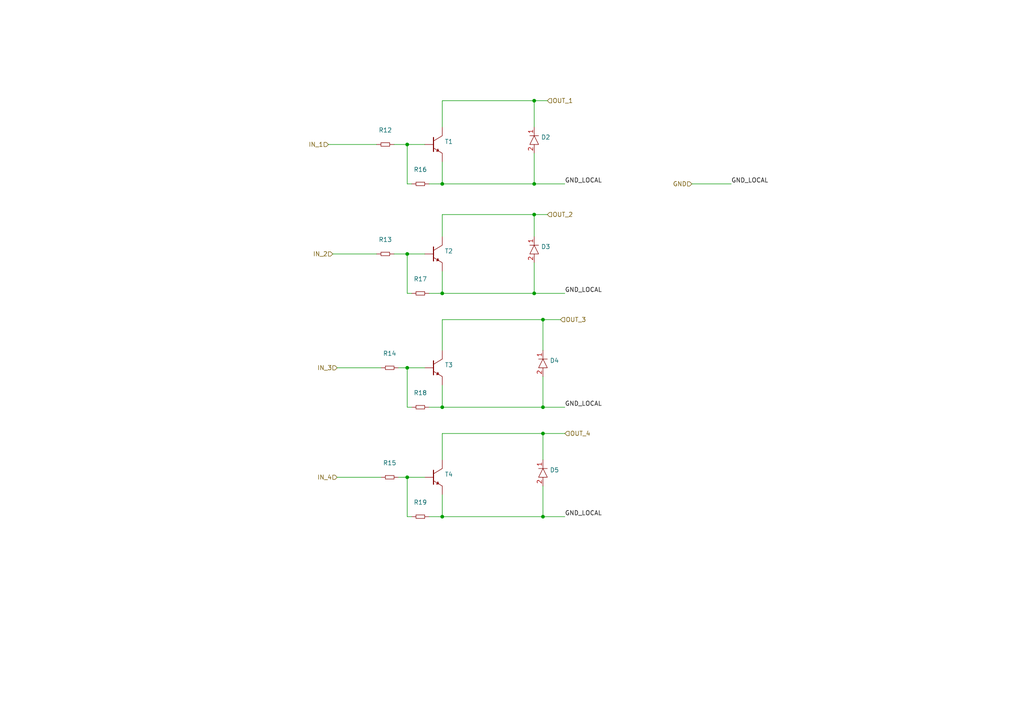
<source format=kicad_sch>
(kicad_sch (version 20211123) (generator eeschema)
  (paper "A4")
  (title_block (title "Low Side Outputs") (date "2022-05-16") (rev "0.0.0") (company "Flavio Industries") (comment 1 "Author: Flavio Oliveira") (comment 2 "Variant 1: Full"))
  (lib_symbols
    (symbol "minha_lib_:D_GEN_1A_1000V_SMA_S1M"
      (property "Reference" "D" (at 3.81 2.54 0))
      (property "Value" "D_GEN_1A_1000V_SMA_S1M" (at 3.81 5.08 0))
      (symbol "D_GEN_1A_1000V_SMA_S1M_0_1"
        (polyline (pts (xy 2.54 1.27) (xy 2.54 -1.27) (xy 2.54 0) (xy 5.08 1.27) (xy 5.08 -1.27) (xy 2.54 0)) (stroke (width 0.1524)))
      )
      (symbol "D_GEN_1A_1000V_SMA_S1M_1_1"
        (pin unspecified line (at 0 0 0) (length 2.54) (name "") (number "1"))
        (pin unspecified line (at 7.62 0 180) (length 2.54) (name "") (number "2"))
      )
    )
    (symbol "minha_lib_:R_0805_1K_1%_1{slash}8W" (pin_numbers hide) (pin_names (offset 0) hide)
      (property "Reference" "R" (at 2.54 1.524 0))
      (property "Value" "R_0805_1K_1%_1{slash}8W" (at 2.032 -2.032 0))
      (symbol "R_0805_1K_1%_1{slash}8W_0_1"
        (polyline (pts (xy 1.27 0.508) (xy 1.27 -0.508) (xy 3.81 -0.508) (xy 3.81 0.508) (xy 1.27 0.508)) (stroke (width 0.1524)))
      )
      (symbol "R_0805_1K_1%_1{slash}8W_1_1"
        (pin unspecified line (at 0 0 0) (length 1.27) (name "CATHODE") (number "1"))
        (pin unspecified line (at 5.08 0 180) (length 1.27) (name "ANODE") (number "2"))
      )
    )
    (symbol "minha_lib_:R_PTH_10K_5%_1{slash}4W" (pin_numbers hide) (pin_names (offset 0) hide)
      (property "Reference" "R" (at 2.54 1.524 0))
      (property "Value" "R_PTH_10K_5%_1{slash}4W" (at 2.032 -2.032 0))
      (symbol "R_PTH_10K_5%_1{slash}4W_0_1"
        (polyline (pts (xy 1.27 0.508) (xy 1.27 -0.508) (xy 3.81 -0.508) (xy 3.81 0.508) (xy 1.27 0.508)) (stroke (width 0.1524)))
      )
      (symbol "R_PTH_10K_5%_1{slash}4W_1_1"
        (pin unspecified line (at 0 0 0) (length 1.27) (name "CATHODE") (number "1"))
        (pin unspecified line (at 5.08 0 180) (length 1.27) (name "ANODE") (number "2"))
      )
    )
    (symbol "minha_lib_:T_NPN_SOT23_BC817" (pin_numbers hide) (pin_names (offset 0) hide)
      (property "Reference" "T" (at 0.254 3.556 0))
      (property "Value" "T_NPN_SOT23_BC817" (at 0 10.16 0))
      (symbol "T_NPN_SOT23_BC817_0_1"
        (polyline (pts (xy 2.54 -1.016) (xy 5.08 -2.54)) (stroke (width 0.1524)))
        (polyline (pts (xy 2.54 1.016) (xy 5.08 2.54)) (stroke (width 0.1524)))
        (polyline (pts (xy 2.54 2.032) (xy 2.54 -2.032)) (stroke (width 0.3)))
        (polyline (pts (xy 4.064 -1.905) (xy 3.81 -1.27) (xy 3.429 -2.032) (xy 4.064 -1.905)) (stroke (width 0.1524)) (fill (type outline)))
      )
      (symbol "T_NPN_SOT23_BC817_1_1"
        (pin unspecified line (at 0 0 0) (length 2.54) (name "B") (number "1"))
        (pin unspecified line (at 5.08 -5.08 90) (length 2.54) (name "C") (number "2"))
        (pin unspecified line (at 5.08 5.08 270) (length 2.54) (name "E") (number "3"))
      )
    )
  )
  (junction (at 154.94 53.34))
  (junction (at 154.94 62.23))
  (junction (at 118.11 73.66))
  (junction (at 157.48 125.73))
  (junction (at 118.11 138.43))
  (junction (at 157.48 92.71))
  (junction (at 157.48 149.86))
  (junction (at 128.27 53.34))
  (junction (at 128.27 118.11))
  (junction (at 128.27 85.09))
  (junction (at 154.94 29.21))
  (junction (at 157.48 118.11))
  (junction (at 154.94 85.09))
  (junction (at 118.11 41.91))
  (junction (at 118.11 106.68))
  (junction (at 128.27 149.86))
  (wire (pts (xy 97.79 106.68) (xy 110.49 106.68)))
  (wire (pts (xy 163.83 53.34) (xy 154.94 53.34)))
  (wire (pts (xy 128.27 149.86) (xy 128.27 143.51)))
  (wire (pts (xy 128.27 92.71) (xy 128.27 101.6)))
  (wire (pts (xy 154.94 53.34) (xy 128.27 53.34)))
  (wire (pts (xy 162.56 92.71) (xy 157.48 92.71)))
  (wire (pts (xy 163.83 125.73) (xy 157.48 125.73)))
  (wire (pts (xy 118.11 41.91) (xy 123.19 41.91)))
  (wire (pts (xy 154.94 62.23) (xy 128.27 62.23)))
  (wire (pts (xy 118.11 73.66) (xy 123.19 73.66)))
  (wire (pts (xy 157.48 125.73) (xy 157.48 133.35)))
  (wire (pts (xy 118.11 118.11) (xy 118.11 106.68)))
  (wire (pts (xy 118.11 138.43) (xy 123.19 138.43)))
  (wire (pts (xy 157.48 109.22) (xy 157.48 118.11)))
  (wire (pts (xy 128.27 125.73) (xy 128.27 133.35)))
  (wire (pts (xy 119.38 118.11) (xy 118.11 118.11)))
  (wire (pts (xy 154.94 76.2) (xy 154.94 85.09)))
  (wire (pts (xy 157.48 118.11) (xy 128.27 118.11)))
  (wire (pts (xy 157.48 140.97) (xy 157.48 149.86)))
  (wire (pts (xy 200.66 53.34) (xy 212.09 53.34)))
  (wire (pts (xy 119.38 149.86) (xy 118.11 149.86)))
  (wire (pts (xy 118.11 106.68) (xy 123.19 106.68)))
  (wire (pts (xy 128.27 29.21) (xy 128.27 36.83)))
  (wire (pts (xy 158.75 29.21) (xy 154.94 29.21)))
  (wire (pts (xy 119.38 53.34) (xy 118.11 53.34)))
  (wire (pts (xy 115.57 106.68) (xy 118.11 106.68)))
  (wire (pts (xy 163.83 118.11) (xy 157.48 118.11)))
  (wire (pts (xy 154.94 44.45) (xy 154.94 53.34)))
  (wire (pts (xy 154.94 29.21) (xy 128.27 29.21)))
  (wire (pts (xy 157.48 125.73) (xy 128.27 125.73)))
  (wire (pts (xy 96.52 73.66) (xy 109.22 73.66)))
  (wire (pts (xy 118.11 73.66) (xy 114.3 73.66)))
  (wire (pts (xy 118.11 53.34) (xy 118.11 41.91)))
  (wire (pts (xy 118.11 85.09) (xy 118.11 73.66)))
  (wire (pts (xy 119.38 85.09) (xy 118.11 85.09)))
  (wire (pts (xy 118.11 138.43) (xy 118.11 149.86)))
  (wire (pts (xy 124.46 149.86) (xy 128.27 149.86)))
  (wire (pts (xy 128.27 53.34) (xy 128.27 46.99)))
  (wire (pts (xy 128.27 118.11) (xy 128.27 111.76)))
  (wire (pts (xy 154.94 85.09) (xy 128.27 85.09)))
  (wire (pts (xy 124.46 85.09) (xy 128.27 85.09)))
  (wire (pts (xy 115.57 138.43) (xy 118.11 138.43)))
  (wire (pts (xy 128.27 85.09) (xy 128.27 78.74)))
  (wire (pts (xy 97.79 138.43) (xy 110.49 138.43)))
  (wire (pts (xy 157.48 92.71) (xy 157.48 101.6)))
  (wire (pts (xy 128.27 62.23) (xy 128.27 68.58)))
  (wire (pts (xy 163.83 85.09) (xy 154.94 85.09)))
  (wire (pts (xy 95.25 41.91) (xy 109.22 41.91)))
  (wire (pts (xy 157.48 92.71) (xy 128.27 92.71)))
  (wire (pts (xy 157.48 149.86) (xy 128.27 149.86)))
  (wire (pts (xy 154.94 62.23) (xy 154.94 68.58)))
  (wire (pts (xy 124.46 53.34) (xy 128.27 53.34)))
  (wire (pts (xy 158.75 62.23) (xy 154.94 62.23)))
  (wire (pts (xy 154.94 29.21) (xy 154.94 36.83)))
  (wire (pts (xy 114.3 41.91) (xy 118.11 41.91)))
  (wire (pts (xy 124.46 118.11) (xy 128.27 118.11)))
  (wire (pts (xy 163.83 149.86) (xy 157.48 149.86)))
  (label "GND_LOCAL" (at 163.83 118.11 0))
  (label "GND_LOCAL" (at 163.83 53.34 0))
  (label "GND_LOCAL" (at 163.83 149.86 0))
  (label "GND_LOCAL" (at 163.83 85.09 0))
  (label "GND_LOCAL" (at 212.09 53.34 0))
  (hierarchical_label "IN_3" (shape input) (at 97.79 106.68 180))
  (hierarchical_label "GND" (shape input) (at 200.66 53.34 180))
  (hierarchical_label "OUT_3" (shape input) (at 162.56 92.71 0))
  (hierarchical_label "IN_4" (shape input) (at 97.79 138.43 180))
  (hierarchical_label "OUT_2" (shape input) (at 158.75 62.23 0))
  (hierarchical_label "OUT_4" (shape input) (at 163.83 125.73 0))
  (hierarchical_label "OUT_1" (shape input) (at 158.75 29.21 0))
  (hierarchical_label "IN_1" (shape input) (at 95.25 41.91 180))
  (hierarchical_label "IN_2" (shape input) (at 96.52 73.66 180))
  (symbol (lib_id "minha_lib_:D_GEN_1A_1000V_SMA_S1M") (at 154.94 68.58 270) (unit 1)
    (property "Reference" "D3" (at 156.9212 71.5553 90) (effects (justify left)))
    (property "Datasheet" "https://rocelec.widen.net/view/pdf/np8z63gvuf/FAIR-S-A0001352428-1.pdf?t.download=true&u=5oefqw" (effects hide))
    (property "PN" "S1M" (effects hide))
    (property "Link" "https://www.digikey.com.br/pt/products/detail/fairchild-semiconductor/S1M/13498227" (effects hide))
    (property "Fabricante" "Fairchild Semiconductor" (effects hide))
    (property "Detailed Description" "Diodo Padrão 1000 V 1A Montagem em superfície DO-214AC, SMA" (effects hide))
  )
  (symbol (lib_id "minha_lib_:R_0805_1K_1%_1{slash}8W") (at 109.22 73.66 0) (unit 1)
    (property "Reference" "R13" (at 111.76 69.503 0))
    (property "Datasheet" "https://www.seielect.com/catalog/sei-rmcf_rmcp.pdf" (effects hide))
    (property "PN" "RMCF0805FT1K00" (effects hide))
    (property "Link" "https://www.digikey.com.br/en/products/detail/stackpole-electronics-inc/RMCF0805FT1K00/1760676" (effects hide))
    (property "Detailed Description" "1 kOhms ±1% 0.125W, 1/8W Chip Resistor 0805 (2012 Metric) Automotive AEC-Q200 Thick Film" (effects hide))
    (property "Fabricante" "Stackpole Electronics Inc" (effects hide))
  )
  (symbol (lib_id "minha_lib_:T_NPN_SOT23_BC817") (at 123.19 41.91 0) (unit 1)
    (property "Reference" "T1" (at 128.9812 41.0753 0) (effects (justify left)))
    (property "Datasheet" "https://br.mouser.com/datasheet/2/916/BC817_SER-1598763.pdf" (effects hide))
    (property "PN" "BC817-40,215" (effects hide))
    (property "Link" "https://br.mouser.com/ProductDetail/Nexperia/BC817-40215?qs=sGAEpiMZZMt46bMQRT2SLrMI6Lc%252BSQ0xVQ67Chgc3gU%3D" (effects hide))
    (property "Detailed Description" "Transistores bipolares de junção - BJT NPN GP 500 45V" (effects hide))
    (property "Fabricante" "Nexperia" (effects hide))
  )
  (symbol (lib_id "minha_lib_:R_PTH_10K_5%_1{slash}4W") (at 119.38 53.34 0) (unit 1)
    (property "Reference" "R16" (at 121.92 49.183 0))
    (property "Datasheet" "https://www.yageo.com/upload/media/product/productsearch/datasheet/lr/YAGEO%20CFR_datasheet_2021v0.pdf" (effects hide))
    (property "PN" "CFR-25JR-52-10K" (effects hide))
    (property "Link" "https://www.digikey.com.br/en/products/detail/yageo/CFR-25JR-52-10K/11998" (effects hide))
    (property "Detailed Description" "10 kOhms ±5% 0.25W, 1/4W Through Hole Resistor Axial - Carbon Film" (effects hide))
    (property "Fabricante" "YAGEO" (effects hide))
  )
  (symbol (lib_id "minha_lib_:R_0805_1K_1%_1{slash}8W") (at 110.49 106.68 0) (unit 1)
    (property "Reference" "R14" (at 113.03 102.523 0))
    (property "Datasheet" "https://www.seielect.com/catalog/sei-rmcf_rmcp.pdf" (effects hide))
    (property "PN" "RMCF0805FT1K00" (effects hide))
    (property "Link" "https://www.digikey.com.br/en/products/detail/stackpole-electronics-inc/RMCF0805FT1K00/1760676" (effects hide))
    (property "Detailed Description" "1 kOhms ±1% 0.125W, 1/8W Chip Resistor 0805 (2012 Metric) Automotive AEC-Q200 Thick Film" (effects hide))
    (property "Fabricante" "Stackpole Electronics Inc" (effects hide))
  )
  (symbol (lib_id "minha_lib_:T_NPN_SOT23_BC817") (at 123.19 106.68 0) (unit 1)
    (property "Reference" "T3" (at 128.9812 105.8453 0) (effects (justify left)))
    (property "Datasheet" "https://br.mouser.com/datasheet/2/916/BC817_SER-1598763.pdf" (effects hide))
    (property "PN" "BC817-40,215" (effects hide))
    (property "Link" "https://br.mouser.com/ProductDetail/Nexperia/BC817-40215?qs=sGAEpiMZZMt46bMQRT2SLrMI6Lc%252BSQ0xVQ67Chgc3gU%3D" (effects hide))
    (property "Detailed Description" "Transistores bipolares de junção - BJT NPN GP 500 45V" (effects hide))
    (property "Fabricante" "Nexperia" (effects hide))
  )
  (symbol (lib_id "minha_lib_:D_GEN_1A_1000V_SMA_S1M") (at 157.48 101.6 270) (unit 1)
    (property "Reference" "D4" (at 159.4612 104.5753 90) (effects (justify left)))
    (property "Datasheet" "https://rocelec.widen.net/view/pdf/np8z63gvuf/FAIR-S-A0001352428-1.pdf?t.download=true&u=5oefqw" (effects hide))
    (property "PN" "S1M" (effects hide))
    (property "Link" "https://www.digikey.com.br/pt/products/detail/fairchild-semiconductor/S1M/13498227" (effects hide))
    (property "Fabricante" "Fairchild Semiconductor" (effects hide))
    (property "Detailed Description" "Diodo Padrão 1000 V 1A Montagem em superfície DO-214AC, SMA" (effects hide))
  )
  (symbol (lib_id "minha_lib_:R_0805_1K_1%_1{slash}8W") (at 110.49 138.43 0) (unit 1)
    (property "Reference" "R15" (at 113.03 134.273 0))
    (property "Datasheet" "https://www.seielect.com/catalog/sei-rmcf_rmcp.pdf" (effects hide))
    (property "PN" "RMCF0805FT1K00" (effects hide))
    (property "Link" "https://www.digikey.com.br/en/products/detail/stackpole-electronics-inc/RMCF0805FT1K00/1760676" (effects hide))
    (property "Detailed Description" "1 kOhms ±1% 0.125W, 1/8W Chip Resistor 0805 (2012 Metric) Automotive AEC-Q200 Thick Film" (effects hide))
    (property "Fabricante" "Stackpole Electronics Inc" (effects hide))
  )
  (symbol (lib_id "minha_lib_:R_PTH_10K_5%_1{slash}4W") (at 119.38 149.86 0) (unit 1)
    (property "Reference" "R19" (at 121.92 145.703 0))
    (property "Datasheet" "https://www.yageo.com/upload/media/product/productsearch/datasheet/lr/YAGEO%20CFR_datasheet_2021v0.pdf" (effects hide))
    (property "PN" "CFR-25JR-52-10K" (effects hide))
    (property "Link" "https://www.digikey.com.br/en/products/detail/yageo/CFR-25JR-52-10K/11998" (effects hide))
    (property "Detailed Description" "10 kOhms ±5% 0.25W, 1/4W Through Hole Resistor Axial - Carbon Film" (effects hide))
    (property "Fabricante" "YAGEO" (effects hide))
  )
  (symbol (lib_id "minha_lib_:D_GEN_1A_1000V_SMA_S1M") (at 154.94 36.83 270) (unit 1)
    (property "Reference" "D2" (at 156.9212 39.8053 90) (effects (justify left)))
    (property "Datasheet" "https://rocelec.widen.net/view/pdf/np8z63gvuf/FAIR-S-A0001352428-1.pdf?t.download=true&u=5oefqw" (effects hide))
    (property "PN" "S1M" (effects hide))
    (property "Link" "https://www.digikey.com.br/pt/products/detail/fairchild-semiconductor/S1M/13498227" (effects hide))
    (property "Fabricante" "Fairchild Semiconductor" (effects hide))
    (property "Detailed Description" "Diodo Padrão 1000 V 1A Montagem em superfície DO-214AC, SMA" (effects hide))
  )
  (symbol (lib_id "minha_lib_:R_PTH_10K_5%_1{slash}4W") (at 119.38 85.09 0) (unit 1)
    (property "Reference" "R17" (at 121.92 80.933 0))
    (property "Datasheet" "https://www.yageo.com/upload/media/product/productsearch/datasheet/lr/YAGEO%20CFR_datasheet_2021v0.pdf" (effects hide))
    (property "PN" "CFR-25JR-52-10K" (effects hide))
    (property "Link" "https://www.digikey.com.br/en/products/detail/yageo/CFR-25JR-52-10K/11998" (effects hide))
    (property "Detailed Description" "10 kOhms ±5% 0.25W, 1/4W Through Hole Resistor Axial - Carbon Film" (effects hide))
    (property "Fabricante" "YAGEO" (effects hide))
  )
  (symbol (lib_id "minha_lib_:D_GEN_1A_1000V_SMA_S1M") (at 157.48 133.35 270) (unit 1)
    (property "Reference" "D5" (at 159.4612 136.3253 90) (effects (justify left)))
    (property "Datasheet" "https://rocelec.widen.net/view/pdf/np8z63gvuf/FAIR-S-A0001352428-1.pdf?t.download=true&u=5oefqw" (effects hide))
    (property "PN" "S1M" (effects hide))
    (property "Link" "https://www.digikey.com.br/pt/products/detail/fairchild-semiconductor/S1M/13498227" (effects hide))
    (property "Fabricante" "Fairchild Semiconductor" (effects hide))
    (property "Detailed Description" "Diodo Padrão 1000 V 1A Montagem em superfície DO-214AC, SMA" (effects hide))
  )
  (symbol (lib_id "minha_lib_:T_NPN_SOT23_BC817") (at 123.19 138.43 0) (unit 1)
    (property "Reference" "T4" (at 128.9812 137.5953 0) (effects (justify left)))
    (property "Datasheet" "https://br.mouser.com/datasheet/2/916/BC817_SER-1598763.pdf" (effects hide))
    (property "PN" "BC817-40,215" (effects hide))
    (property "Link" "https://br.mouser.com/ProductDetail/Nexperia/BC817-40215?qs=sGAEpiMZZMt46bMQRT2SLrMI6Lc%252BSQ0xVQ67Chgc3gU%3D" (effects hide))
    (property "Detailed Description" "Transistores bipolares de junção - BJT NPN GP 500 45V" (effects hide))
    (property "Fabricante" "Nexperia" (effects hide))
  )
  (symbol (lib_id "minha_lib_:R_PTH_10K_5%_1{slash}4W") (at 119.38 118.11 0) (unit 1)
    (property "Reference" "R18" (at 121.92 113.953 0))
    (property "Datasheet" "https://www.yageo.com/upload/media/product/productsearch/datasheet/lr/YAGEO%20CFR_datasheet_2021v0.pdf" (effects hide))
    (property "PN" "CFR-25JR-52-10K" (effects hide))
    (property "Link" "https://www.digikey.com.br/en/products/detail/yageo/CFR-25JR-52-10K/11998" (effects hide))
    (property "Detailed Description" "10 kOhms ±5% 0.25W, 1/4W Through Hole Resistor Axial - Carbon Film" (effects hide))
    (property "Fabricante" "YAGEO" (effects hide))
  )
  (symbol (lib_id "minha_lib_:T_NPN_SOT23_BC817") (at 123.19 73.66 0) (unit 1)
    (property "Reference" "T2" (at 128.9812 72.8253 0) (effects (justify left)))
    (property "Datasheet" "https://br.mouser.com/datasheet/2/916/BC817_SER-1598763.pdf" (effects hide))
    (property "PN" "BC817-40,215" (effects hide))
    (property "Link" "https://br.mouser.com/ProductDetail/Nexperia/BC817-40215?qs=sGAEpiMZZMt46bMQRT2SLrMI6Lc%252BSQ0xVQ67Chgc3gU%3D" (effects hide))
    (property "Detailed Description" "Transistores bipolares de junção - BJT NPN GP 500 45V" (effects hide))
    (property "Fabricante" "Nexperia" (effects hide))
  )
  (symbol (lib_id "minha_lib_:R_0805_1K_1%_1{slash}8W") (at 109.22 41.91 0) (unit 1)
    (property "Reference" "R12" (at 111.76 37.753 0))
    (property "Datasheet" "https://www.seielect.com/catalog/sei-rmcf_rmcp.pdf" (effects hide))
    (property "PN" "RMCF0805FT1K00" (effects hide))
    (property "Link" "https://www.digikey.com.br/en/products/detail/stackpole-electronics-inc/RMCF0805FT1K00/1760676" (effects hide))
    (property "Detailed Description" "1 kOhms ±1% 0.125W, 1/8W Chip Resistor 0805 (2012 Metric) Automotive AEC-Q200 Thick Film" (effects hide))
    (property "Fabricante" "Stackpole Electronics Inc" (effects hide))
  )
)
</source>
